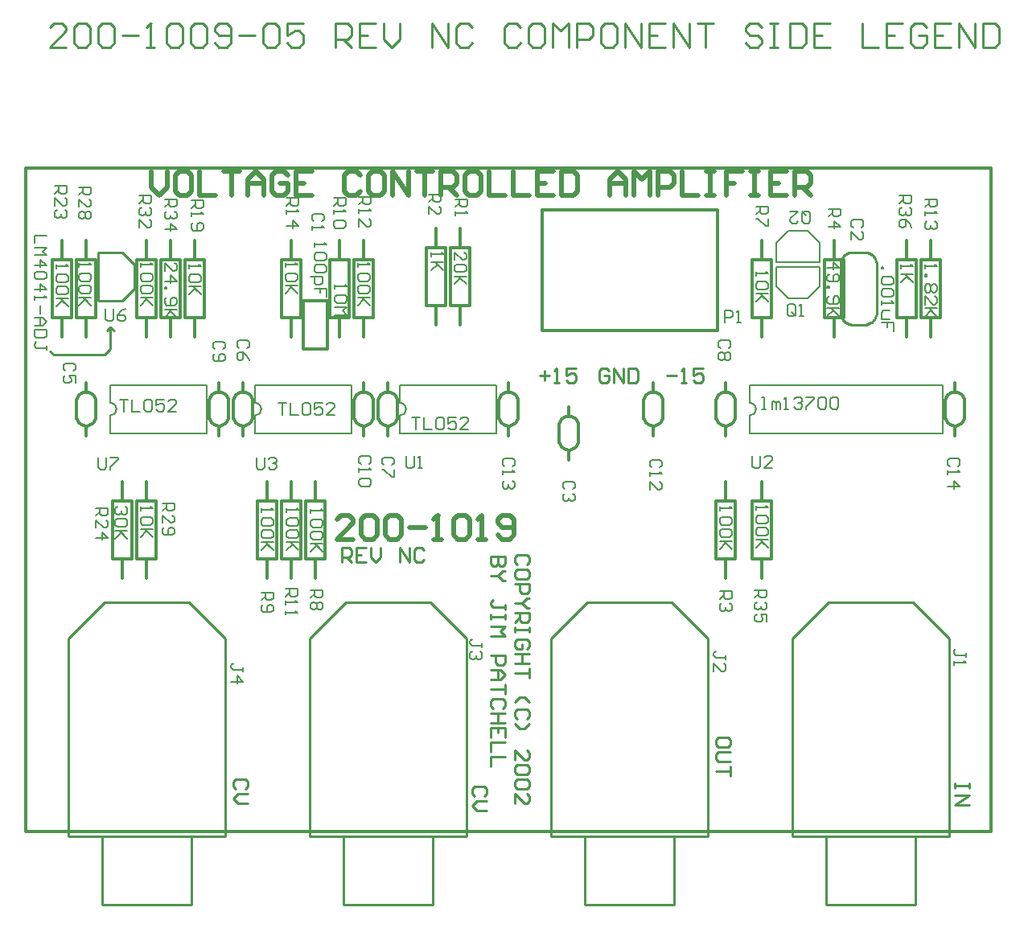
<source format=gto>
*%FSLAX23Y23*%
*%MOIN*%
G01*
%ADD11C,0.007*%
%ADD12C,0.008*%
%ADD13C,0.010*%
%ADD14C,0.012*%
%ADD15C,0.020*%
%ADD16C,0.032*%
%ADD17C,0.036*%
%ADD18C,0.050*%
%ADD19C,0.052*%
%ADD20C,0.055*%
%ADD21C,0.056*%
%ADD22C,0.059*%
%ADD23C,0.060*%
%ADD24C,0.061*%
%ADD25C,0.062*%
%ADD26C,0.066*%
%ADD27C,0.068*%
%ADD28C,0.070*%
%ADD29C,0.080*%
%ADD30C,0.090*%
%ADD31C,0.095*%
%ADD32C,0.115*%
%ADD33C,0.120*%
%ADD34C,0.125*%
%ADD35C,0.126*%
%ADD36C,0.131*%
%ADD37C,0.150*%
%ADD38C,0.156*%
%ADD39R,0.062X0.062*%
%ADD40R,0.068X0.068*%
D12*
X11401Y8860D02*
Y8877D01*
Y8869D02*
Y8860D01*
Y8869D02*
X11451D01*
X11452D01*
X11451D02*
X11443Y8877D01*
X11409Y8835D02*
X11401D01*
X11409D02*
Y8827D01*
X11401D01*
Y8835D01*
X11443Y8794D02*
X11451Y8785D01*
Y8769D01*
X11443Y8760D01*
X11434D01*
X11426Y8769D01*
X11418Y8760D01*
X11409D01*
X11401Y8769D01*
Y8785D01*
X11409Y8794D01*
X11418D01*
X11426Y8785D01*
X11434Y8794D01*
X11443D01*
X11426Y8785D02*
Y8769D01*
X11401Y8744D02*
Y8710D01*
Y8744D02*
X11434Y8710D01*
X11443D01*
X11451Y8719D01*
Y8735D01*
X11443Y8744D01*
X11451Y8694D02*
X11401D01*
X11418D01*
X11451Y8660D01*
X11426Y8685D01*
X11401Y8660D01*
Y9147D02*
X11451D01*
Y9122D01*
X11443Y9114D01*
X11426D01*
X11418Y9122D01*
Y9147D01*
Y9130D02*
X11401Y9114D01*
Y9097D02*
Y9080D01*
Y9089D01*
X11451D01*
X11452D01*
X11451D02*
X11443Y9097D01*
Y9055D02*
X11451Y9047D01*
Y9030D01*
X11443Y9022D01*
X11434D01*
X11435D01*
X11434D02*
X11435D01*
X11434D02*
X11435D01*
X11434D02*
X11426Y9030D01*
Y9039D01*
Y9030D01*
X11418Y9022D01*
X11409D01*
X11401Y9030D01*
Y9047D01*
X11409Y9055D01*
X11546Y8047D02*
X11538Y8039D01*
X11546Y8047D02*
Y8064D01*
X11538Y8072D01*
X11504D01*
X11496Y8064D01*
Y8047D01*
X11504Y8039D01*
X11496Y8022D02*
Y8005D01*
Y8014D01*
X11546D01*
X11547D01*
X11546D02*
X11538Y8022D01*
X11546Y7955D02*
X11496D01*
X11521Y7980D02*
X11546Y7955D01*
X11521Y7947D02*
Y7980D01*
X11046Y8862D02*
X10996D01*
X11021Y8887D02*
X11046Y8862D01*
X11021Y8854D02*
Y8887D01*
X11004Y8837D02*
X10996Y8829D01*
Y8812D01*
X11004Y8804D01*
X11038D01*
X11046Y8812D01*
Y8829D01*
X11038Y8837D01*
X11029D01*
X11021Y8829D01*
Y8804D01*
X11004Y8787D02*
X10996D01*
X11004D02*
Y8779D01*
X10996D01*
Y8787D01*
X11004Y8745D02*
X10996Y8737D01*
Y8720D01*
X11004Y8712D01*
X11038D01*
X11046Y8720D01*
Y8737D01*
X11038Y8745D01*
X11029D01*
X11021Y8737D01*
Y8712D01*
X11046Y8695D02*
X10996D01*
X11013D01*
X11046Y8662D01*
X11021Y8687D01*
X10996Y8662D01*
X11001Y9107D02*
X11051D01*
Y9082D01*
X11043Y9074D01*
X11026D01*
X11018Y9082D01*
Y9107D01*
Y9090D02*
X11001Y9074D01*
Y9032D02*
X11051D01*
X11026Y9057D01*
Y9024D01*
X10966Y8967D02*
X10916Y9017D01*
X10836D02*
X10786Y8967D01*
X10966D02*
Y8887D01*
X10786D02*
Y8967D01*
X10836Y9017D02*
X10916D01*
X10966Y8887D02*
X10786D01*
X10893Y9055D02*
Y9089D01*
Y9055D02*
X10901Y9047D01*
X10918D01*
X10926Y9055D01*
Y9089D01*
X10918Y9097D01*
X10901D01*
X10893D02*
X10909Y9080D01*
X10901Y9097D02*
X10893Y9089D01*
X10876Y9097D02*
X10843D01*
X10876D02*
X10843Y9064D01*
Y9055D01*
X10851Y9047D01*
X10868D01*
X10876Y9055D01*
X11221Y8867D02*
X11229D01*
Y8859D01*
X11221D01*
Y8867D01*
X11263Y8825D02*
X11271Y8817D01*
Y8800D01*
X11263Y8792D01*
X11229D01*
X11221Y8800D01*
Y8817D01*
X11229Y8825D01*
X11263D01*
Y8775D02*
X11271Y8767D01*
Y8750D01*
X11263Y8742D01*
X11229D01*
X11221Y8750D01*
Y8767D01*
X11229Y8775D01*
X11263D01*
X11221Y8725D02*
Y8709D01*
Y8717D01*
X11271D01*
X11272D01*
X11271D02*
X11263Y8725D01*
X11254Y8684D02*
X11229D01*
X11221Y8675D01*
Y8650D01*
X11254D01*
X11271Y8634D02*
Y8600D01*
Y8634D02*
X11246D01*
Y8617D01*
Y8634D01*
X11221D01*
X11138Y9029D02*
X11146Y9037D01*
Y9054D01*
X11138Y9062D01*
X11104D01*
X11096Y9054D01*
Y9037D01*
X11104Y9029D01*
X11096Y9012D02*
Y8979D01*
Y9012D02*
X11129Y8979D01*
X11138D01*
X11146Y8987D01*
Y9004D01*
X11138Y9012D01*
X10836Y8737D02*
X10786Y8787D01*
X10916Y8737D02*
X10966Y8787D01*
X10786D02*
Y8867D01*
X10966D02*
Y8787D01*
X10916Y8737D02*
X10836D01*
X10786Y8867D02*
X10966D01*
X10864Y8704D02*
Y8670D01*
Y8704D02*
X10856Y8712D01*
X10839D01*
X10831Y8704D01*
Y8670D01*
X10839Y8662D01*
X10856D01*
X10864D02*
X10848Y8679D01*
X10856Y8662D02*
X10864Y8670D01*
X10881Y8662D02*
X10898D01*
X10889D01*
Y8712D01*
X10890D01*
X10889D02*
X10881Y8704D01*
X11301Y8860D02*
Y8877D01*
Y8869D02*
Y8860D01*
Y8869D02*
X11351D01*
X11352D01*
X11351D02*
X11343Y8877D01*
X11351Y8835D02*
X11301D01*
X11318D01*
X11351Y8802D01*
X11326Y8827D01*
X11301Y8802D01*
X11296Y9162D02*
X11346D01*
Y9137D01*
X11338Y9129D01*
X11321D01*
X11313Y9137D01*
Y9162D01*
Y9145D02*
X11296Y9129D01*
X11338Y9112D02*
X11346Y9104D01*
Y9087D01*
X11338Y9079D01*
X11329D01*
X11330D01*
X11329D02*
X11330D01*
X11329D02*
X11330D01*
X11329D02*
X11321Y9087D01*
Y9095D01*
Y9087D01*
X11313Y9079D01*
X11304D01*
X11296Y9087D01*
Y9104D01*
X11304Y9112D01*
X11338Y9045D02*
X11346Y9029D01*
X11338Y9045D02*
X11321Y9062D01*
X11304D01*
X11296Y9054D01*
Y9037D01*
X11304Y9029D01*
X11313D01*
X11321Y9037D01*
Y9062D01*
X10551Y7872D02*
Y7855D01*
Y7864D01*
X10601D01*
X10602D01*
X10601D02*
X10593Y7872D01*
Y7830D02*
X10601Y7822D01*
Y7805D01*
X10593Y7797D01*
X10559D01*
X10551Y7805D01*
Y7822D01*
X10559Y7830D01*
X10593D01*
Y7780D02*
X10601Y7772D01*
Y7755D01*
X10593Y7747D01*
X10559D01*
X10551Y7755D01*
Y7772D01*
X10559Y7780D01*
X10593D01*
X10601Y7730D02*
X10551D01*
X10568D01*
X10601Y7697D01*
X10576Y7722D01*
X10551Y7697D01*
Y7522D02*
X10601D01*
Y7497D01*
X10593Y7489D01*
X10576D01*
X10568Y7497D01*
Y7522D01*
Y7505D02*
X10551Y7489D01*
X10593Y7472D02*
X10601Y7464D01*
Y7447D01*
X10593Y7439D01*
X10584D01*
X10585D01*
X10584D02*
X10585D01*
X10584D02*
X10585D01*
X10584D02*
X10576Y7447D01*
Y7455D01*
Y7447D01*
X10568Y7439D01*
X10559D01*
X10551Y7447D01*
Y7464D01*
X10559Y7472D01*
X10571Y8637D02*
Y8687D01*
X10596D01*
X10604Y8679D01*
Y8662D01*
X10596Y8654D01*
X10571D01*
X10621Y8637D02*
X10638D01*
X10629D01*
Y8687D01*
X10630D01*
X10629D02*
X10621Y8679D01*
X10676Y8302D02*
X10679Y8302D01*
X10682Y8301D01*
X10686Y8300D01*
X10688Y8299D01*
X10691Y8297D01*
X10694Y8295D01*
X10696Y8292D01*
X10698Y8290D01*
X10699Y8287D01*
X10700Y8283D01*
X10701Y8280D01*
X10701Y8277D01*
X10701Y8274D01*
X10700Y8271D01*
X10699Y8267D01*
X10698Y8264D01*
X10696Y8262D01*
X10694Y8259D01*
X10691Y8257D01*
X10688Y8255D01*
X10686Y8254D01*
X10682Y8253D01*
X10679Y8252D01*
X10676Y8252D01*
X11476Y8177D02*
Y8377D01*
X10676D02*
Y8302D01*
Y8252D02*
Y8177D01*
X11476D01*
Y8377D02*
X10676D01*
X10726Y8277D02*
X10743D01*
X10734D01*
Y8327D01*
X10726D01*
X10768Y8310D02*
Y8277D01*
Y8310D02*
X10776D01*
X10784Y8302D01*
Y8277D01*
Y8302D01*
X10793Y8310D01*
X10801Y8302D01*
Y8277D01*
X10818D02*
X10834D01*
X10826D01*
Y8327D01*
X10827D01*
X10826D02*
X10818Y8319D01*
X10859D02*
X10868Y8327D01*
X10884D01*
X10893Y8319D01*
Y8310D01*
X10894D01*
X10893D02*
X10894D01*
X10893D02*
X10894D01*
X10893D02*
X10884Y8302D01*
X10876D01*
X10884D01*
X10893Y8294D01*
Y8285D01*
X10884Y8277D01*
X10868D01*
X10859Y8285D01*
X10909Y8327D02*
X10943D01*
Y8319D01*
X10909Y8285D01*
Y8277D01*
X10959Y8319D02*
X10968Y8327D01*
X10984D01*
X10993Y8319D01*
Y8285D01*
X10984Y8277D01*
X10968D01*
X10959Y8285D01*
Y8319D01*
X11009D02*
X11018Y8327D01*
X11034D01*
X11043Y8319D01*
Y8285D01*
X11034Y8277D01*
X11018D01*
X11009Y8285D01*
Y8319D01*
X10686Y8082D02*
Y8040D01*
X10694Y8032D01*
X10711D01*
X10719Y8040D01*
Y8082D01*
X10736Y8032D02*
X10769D01*
X10736D02*
X10769Y8065D01*
Y8074D01*
X10761Y8082D01*
X10744D01*
X10736Y8074D01*
X10701Y8830D02*
Y8847D01*
Y8839D02*
Y8830D01*
Y8839D02*
X10751D01*
X10752D01*
X10751D02*
X10743Y8847D01*
Y8805D02*
X10751Y8797D01*
Y8780D01*
X10743Y8772D01*
X10709D01*
X10701Y8780D01*
Y8797D01*
X10709Y8805D01*
X10743D01*
X10751Y8755D02*
X10701D01*
X10718D01*
X10751Y8722D01*
X10726Y8747D01*
X10701Y8722D01*
Y9117D02*
X10751D01*
Y9092D01*
X10743Y9084D01*
X10726D01*
X10718Y9092D01*
Y9117D01*
Y9100D02*
X10701Y9084D01*
X10751Y9067D02*
Y9034D01*
X10743D01*
X10709Y9067D01*
X10701D01*
Y7877D02*
Y7860D01*
Y7869D01*
X10751D01*
X10752D01*
X10751D02*
X10743Y7877D01*
Y7835D02*
X10751Y7827D01*
Y7810D01*
X10743Y7802D01*
X10709D01*
X10701Y7810D01*
Y7827D01*
X10709Y7835D01*
X10743D01*
Y7785D02*
X10751Y7777D01*
Y7760D01*
X10743Y7752D01*
X10709D01*
X10701Y7760D01*
Y7777D01*
X10709Y7785D01*
X10743D01*
X10751Y7735D02*
X10701D01*
X10718D01*
X10751Y7702D01*
X10726Y7727D01*
X10701Y7702D01*
X10696Y7527D02*
X10746D01*
Y7502D01*
X10738Y7494D01*
X10721D01*
X10713Y7502D01*
Y7527D01*
Y7510D02*
X10696Y7494D01*
X10738Y7477D02*
X10746Y7469D01*
Y7452D01*
X10738Y7444D01*
X10729D01*
X10730D01*
X10729D02*
X10730D01*
X10729D02*
X10730D01*
X10729D02*
X10721Y7452D01*
Y7460D01*
Y7452D01*
X10713Y7444D01*
X10704D01*
X10696Y7452D01*
Y7469D01*
X10704Y7477D01*
X10746Y7427D02*
Y7394D01*
Y7427D02*
X10721D01*
X10729Y7410D01*
Y7402D01*
X10721Y7394D01*
X10704D01*
X10696Y7402D01*
Y7419D01*
X10704Y7427D01*
X9951Y7952D02*
X9943Y7944D01*
X9951Y7952D02*
Y7969D01*
X9943Y7977D01*
X9909D01*
X9901Y7969D01*
Y7952D01*
X9909Y7944D01*
X9943Y7927D02*
X9951Y7919D01*
Y7902D01*
X9943Y7894D01*
X9934D01*
X9935D01*
X9934D02*
X9935D01*
X9934D02*
X9935D01*
X9934D02*
X9926Y7902D01*
Y7910D01*
Y7902D01*
X9918Y7894D01*
X9909D01*
X9901Y7902D01*
Y7919D01*
X9909Y7927D01*
X10303Y8034D02*
X10311Y8042D01*
Y8059D01*
X10303Y8067D01*
X10269D01*
X10261Y8059D01*
Y8042D01*
X10269Y8034D01*
X10261Y8017D02*
Y8000D01*
Y8009D01*
X10311D01*
X10312D01*
X10311D02*
X10303Y8017D01*
X10261Y7975D02*
Y7942D01*
Y7975D02*
X10294Y7942D01*
X10303D01*
X10311Y7950D01*
Y7967D01*
X10303Y7975D01*
X10588Y8529D02*
X10596Y8537D01*
Y8554D01*
X10588Y8562D01*
X10554D01*
X10546Y8554D01*
Y8537D01*
X10554Y8529D01*
X10588Y8512D02*
X10596Y8504D01*
Y8487D01*
X10588Y8479D01*
X10579D01*
X10571Y8487D01*
X10563Y8479D01*
X10554D01*
X10546Y8487D01*
Y8504D01*
X10554Y8512D01*
X10563D01*
X10571Y8504D01*
X10579Y8512D01*
X10588D01*
X10571Y8504D02*
Y8487D01*
X10576Y7255D02*
Y7239D01*
Y7247D02*
Y7255D01*
Y7247D02*
X10534D01*
X10526Y7255D01*
Y7264D01*
X10534Y7272D01*
X10526Y7222D02*
Y7189D01*
Y7222D02*
X10559Y7189D01*
X10568D01*
X10576Y7197D01*
Y7214D01*
X10568Y7222D01*
X11571Y7249D02*
Y7265D01*
Y7257D01*
X11529D01*
X11521Y7265D01*
Y7274D01*
X11529Y7282D01*
X11521Y7232D02*
Y7215D01*
Y7224D01*
X11571D01*
X11572D01*
X11571D02*
X11563Y7232D01*
X8751Y8865D02*
Y8882D01*
Y8874D02*
Y8865D01*
Y8874D02*
X8801D01*
X8802D01*
X8801D02*
X8793Y8882D01*
Y8840D02*
X8801Y8832D01*
Y8815D01*
X8793Y8807D01*
X8759D01*
X8751Y8815D01*
Y8832D01*
X8759Y8840D01*
X8793D01*
X8801Y8790D02*
X8751D01*
X8768D01*
X8801Y8757D01*
X8776Y8782D01*
X8751Y8757D01*
X8756Y9152D02*
X8806D01*
Y9127D01*
X8798Y9119D01*
X8781D01*
X8773Y9127D01*
Y9152D01*
Y9135D02*
X8756Y9119D01*
Y9102D02*
Y9085D01*
Y9094D01*
X8806D01*
X8807D01*
X8806D02*
X8798Y9102D01*
X8806Y9035D02*
X8756D01*
X8781Y9060D02*
X8806Y9035D01*
X8781Y9027D02*
Y9060D01*
X8251Y8882D02*
Y8849D01*
Y8882D02*
X8284Y8849D01*
X8293D01*
X8301Y8857D01*
Y8874D01*
X8293Y8882D01*
X8301Y8807D02*
X8251D01*
X8276Y8832D02*
X8301Y8807D01*
X8276Y8799D02*
Y8832D01*
X8259Y8782D02*
X8251D01*
X8259D02*
Y8774D01*
X8251D01*
Y8782D01*
X8259Y8740D02*
X8251Y8732D01*
Y8715D01*
X8259Y8707D01*
X8293D01*
X8301Y8715D01*
Y8732D01*
X8293Y8740D01*
X8284D01*
X8276Y8732D01*
Y8707D01*
X8301Y8690D02*
X8251D01*
X8268D01*
X8301Y8657D01*
X8276Y8682D01*
X8251Y8657D01*
Y9147D02*
X8301D01*
Y9122D01*
X8293Y9114D01*
X8276D01*
X8268Y9122D01*
Y9147D01*
Y9130D02*
X8251Y9114D01*
X8293Y9097D02*
X8301Y9089D01*
Y9072D01*
X8293Y9064D01*
X8284D01*
X8285D01*
X8284D02*
X8285D01*
X8284D02*
X8285D01*
X8284D02*
X8276Y9072D01*
Y9080D01*
Y9072D01*
X8268Y9064D01*
X8259D01*
X8251Y9072D01*
Y9089D01*
X8259Y9097D01*
X8251Y9022D02*
X8301D01*
X8276Y9047D01*
Y9014D01*
X8501Y8532D02*
X8493Y8524D01*
X8501Y8532D02*
Y8549D01*
X8493Y8557D01*
X8459D01*
X8451Y8549D01*
Y8532D01*
X8459Y8524D01*
Y8507D02*
X8451Y8499D01*
Y8482D01*
X8459Y8474D01*
X8493D01*
X8501Y8482D01*
Y8499D01*
X8493Y8507D01*
X8484D01*
X8476Y8499D01*
Y8474D01*
X9098Y8049D02*
X9106Y8057D01*
Y8074D01*
X9098Y8082D01*
X9064D01*
X9056Y8074D01*
Y8057D01*
X9064Y8049D01*
X9056Y8032D02*
Y8015D01*
Y8024D01*
X9106D01*
X9107D01*
X9106D02*
X9098Y8032D01*
Y7990D02*
X9106Y7982D01*
Y7965D01*
X9098Y7957D01*
X9064D01*
X9056Y7965D01*
Y7982D01*
X9064Y7990D01*
X9098D01*
X8351Y8860D02*
Y8877D01*
Y8869D02*
Y8860D01*
Y8869D02*
X8401D01*
X8402D01*
X8401D02*
X8393Y8877D01*
Y8835D02*
X8401Y8827D01*
Y8810D01*
X8393Y8802D01*
X8359D01*
X8351Y8810D01*
Y8827D01*
X8359Y8835D01*
X8393D01*
X8401Y8785D02*
X8351D01*
X8368D01*
X8401Y8752D01*
X8376Y8777D01*
X8351Y8752D01*
X8361Y9142D02*
X8411D01*
Y9117D01*
X8403Y9109D01*
X8386D01*
X8378Y9117D01*
Y9142D01*
Y9125D02*
X8361Y9109D01*
Y9092D02*
Y9075D01*
Y9084D01*
X8411D01*
X8412D01*
X8411D02*
X8403Y9092D01*
X8369Y9050D02*
X8361Y9042D01*
Y9025D01*
X8369Y9017D01*
X8403D01*
X8411Y9025D01*
Y9042D01*
X8403Y9050D01*
X8394D01*
X8386Y9042D01*
Y9017D01*
X8956Y8792D02*
Y8775D01*
Y8784D01*
X9006D01*
X9007D01*
X9006D02*
X8998Y8792D01*
Y8750D02*
X9006Y8742D01*
Y8725D01*
X8998Y8717D01*
X8964D01*
X8956Y8725D01*
Y8742D01*
X8964Y8750D01*
X8998D01*
X9006Y8700D02*
X8956D01*
X8989Y8684D02*
X9006Y8700D01*
X8989Y8684D02*
X9006Y8667D01*
X8956D01*
X8951Y9152D02*
X9001D01*
Y9127D01*
X8993Y9119D01*
X8976D01*
X8968Y9127D01*
Y9152D01*
Y9135D02*
X8951Y9119D01*
Y9102D02*
Y9085D01*
Y9094D01*
X9001D01*
X9002D01*
X9001D02*
X8993Y9102D01*
Y9060D02*
X9001Y9052D01*
Y9035D01*
X8993Y9027D01*
X8959D01*
X8951Y9035D01*
Y9052D01*
X8959Y9060D01*
X8993D01*
X8871Y8967D02*
Y8950D01*
Y8959D01*
X8921D01*
X8922D01*
X8921D02*
X8913Y8967D01*
Y8925D02*
X8921Y8917D01*
Y8900D01*
X8913Y8892D01*
X8879D01*
X8871Y8900D01*
Y8917D01*
X8879Y8925D01*
X8913D01*
Y8875D02*
X8921Y8867D01*
Y8850D01*
X8913Y8842D01*
X8879D01*
X8871Y8850D01*
Y8867D01*
X8879Y8875D01*
X8913D01*
X8904Y8825D02*
X8854D01*
X8904D02*
Y8800D01*
X8896Y8792D01*
X8879D01*
X8871Y8800D01*
Y8825D01*
X8921Y8775D02*
Y8742D01*
Y8775D02*
X8896D01*
Y8759D01*
Y8775D01*
X8871D01*
X8903Y9054D02*
X8911Y9062D01*
Y9079D01*
X8903Y9087D01*
X8869D01*
X8861Y9079D01*
Y9062D01*
X8869Y9054D01*
X8861Y9037D02*
Y9020D01*
Y9029D01*
X8911D01*
X8912D01*
X8911D02*
X8903Y9037D01*
X8626Y8302D02*
X8629Y8302D01*
X8632Y8301D01*
X8636Y8300D01*
X8638Y8299D01*
X8641Y8297D01*
X8644Y8295D01*
X8646Y8292D01*
X8648Y8290D01*
X8649Y8287D01*
X8650Y8283D01*
X8651Y8280D01*
X8651Y8277D01*
X8651Y8274D01*
X8650Y8271D01*
X8649Y8267D01*
X8648Y8264D01*
X8646Y8262D01*
X8644Y8259D01*
X8641Y8257D01*
X8638Y8255D01*
X8636Y8254D01*
X8632Y8253D01*
X8629Y8252D01*
X8626Y8252D01*
X9026Y8177D02*
Y8377D01*
X8626D02*
Y8302D01*
Y8252D02*
Y8177D01*
X9026D01*
Y8377D02*
X8626D01*
X8721Y8302D02*
X8754D01*
X8738D01*
Y8252D01*
X8771D02*
Y8302D01*
Y8252D02*
X8804D01*
X8821Y8294D02*
X8829Y8302D01*
X8846D01*
X8854Y8294D01*
Y8260D01*
X8846Y8252D01*
X8829D01*
X8821Y8260D01*
Y8294D01*
X8871Y8302D02*
X8904D01*
X8871D02*
Y8277D01*
X8888Y8285D01*
X8896D01*
X8904Y8277D01*
Y8260D01*
X8896Y8252D01*
X8879D01*
X8871Y8260D01*
X8921Y8252D02*
X8954D01*
X8921D02*
X8954Y8285D01*
Y8294D01*
X8946Y8302D01*
X8929D01*
X8921Y8294D01*
X8631Y8077D02*
Y8035D01*
X8639Y8027D01*
X8656D01*
X8664Y8035D01*
Y8077D01*
X8681Y8069D02*
X8689Y8077D01*
X8706D01*
X8714Y8069D01*
Y8060D01*
X8715D01*
X8714D02*
X8715D01*
X8714D02*
X8715D01*
X8714D02*
X8706Y8052D01*
X8698D01*
X8706D01*
X8714Y8044D01*
Y8035D01*
X8706Y8027D01*
X8689D01*
X8681Y8035D01*
X8593Y8529D02*
X8601Y8537D01*
Y8554D01*
X8593Y8562D01*
X8559D01*
X8551Y8554D01*
Y8537D01*
X8559Y8529D01*
X8593Y8495D02*
X8601Y8479D01*
X8593Y8495D02*
X8576Y8512D01*
X8559D01*
X8551Y8504D01*
Y8487D01*
X8559Y8479D01*
X8568D01*
X8576Y8487D01*
Y8512D01*
X8756Y7867D02*
Y7850D01*
Y7859D01*
X8806D01*
X8807D01*
X8806D02*
X8798Y7867D01*
Y7825D02*
X8806Y7817D01*
Y7800D01*
X8798Y7792D01*
X8764D01*
X8756Y7800D01*
Y7817D01*
X8764Y7825D01*
X8798D01*
Y7775D02*
X8806Y7767D01*
Y7750D01*
X8798Y7742D01*
X8764D01*
X8756Y7750D01*
Y7767D01*
X8764Y7775D01*
X8798D01*
X8806Y7725D02*
X8756D01*
X8773D01*
X8806Y7692D01*
X8781Y7717D01*
X8756Y7692D01*
X8751Y7532D02*
X8801D01*
Y7507D01*
X8793Y7499D01*
X8776D01*
X8768Y7507D01*
Y7532D01*
Y7515D02*
X8751Y7499D01*
Y7482D02*
Y7465D01*
Y7474D01*
X8801D01*
X8802D01*
X8801D02*
X8793Y7482D01*
X8751Y7440D02*
Y7424D01*
Y7432D01*
X8801D01*
X8802D01*
X8801D02*
X8793Y7440D01*
X8651Y7850D02*
Y7867D01*
Y7859D02*
Y7850D01*
Y7859D02*
X8701D01*
X8702D01*
X8701D02*
X8693Y7867D01*
Y7825D02*
X8701Y7817D01*
Y7800D01*
X8693Y7792D01*
X8659D01*
X8651Y7800D01*
Y7817D01*
X8659Y7825D01*
X8693D01*
Y7775D02*
X8701Y7767D01*
Y7750D01*
X8693Y7742D01*
X8659D01*
X8651Y7750D01*
Y7767D01*
X8659Y7775D01*
X8693D01*
X8701Y7725D02*
X8651D01*
X8668D01*
X8701Y7692D01*
X8676Y7717D01*
X8651Y7692D01*
Y7517D02*
X8701D01*
Y7492D01*
X8693Y7484D01*
X8676D01*
X8668Y7492D01*
Y7517D01*
Y7500D02*
X8651Y7484D01*
X8659Y7467D02*
X8651Y7459D01*
Y7442D01*
X8659Y7434D01*
X8693D01*
X8701Y7442D01*
Y7459D01*
X8693Y7467D01*
X8684D01*
X8676Y7459D01*
Y7434D01*
X8856Y7845D02*
Y7862D01*
Y7854D02*
Y7845D01*
Y7854D02*
X8906D01*
X8907D01*
X8906D02*
X8898Y7862D01*
Y7820D02*
X8906Y7812D01*
Y7795D01*
X8898Y7787D01*
X8864D01*
X8856Y7795D01*
Y7812D01*
X8864Y7820D01*
X8898D01*
Y7770D02*
X8906Y7762D01*
Y7745D01*
X8898Y7737D01*
X8864D01*
X8856Y7745D01*
Y7762D01*
X8864Y7770D01*
X8898D01*
X8906Y7720D02*
X8856D01*
X8873D01*
X8906Y7687D01*
X8881Y7712D01*
X8856Y7687D01*
Y7527D02*
X8906D01*
Y7502D01*
X8898Y7494D01*
X8881D01*
X8873Y7502D01*
Y7527D01*
Y7510D02*
X8856Y7494D01*
X8898Y7477D02*
X8906Y7469D01*
Y7452D01*
X8898Y7444D01*
X8889D01*
X8881Y7452D01*
X8873Y7444D01*
X8864D01*
X8856Y7452D01*
Y7469D01*
X8864Y7477D01*
X8873D01*
X8881Y7469D01*
X8889Y7477D01*
X8898D01*
X8881Y7469D02*
Y7452D01*
X9051Y8865D02*
Y8882D01*
Y8874D02*
Y8865D01*
Y8874D02*
X9101D01*
X9102D01*
X9101D02*
X9093Y8882D01*
Y8840D02*
X9101Y8832D01*
Y8815D01*
X9093Y8807D01*
X9059D01*
X9051Y8815D01*
Y8832D01*
X9059Y8840D01*
X9093D01*
Y8790D02*
X9101Y8782D01*
Y8765D01*
X9093Y8757D01*
X9059D01*
X9051Y8765D01*
Y8782D01*
X9059Y8790D01*
X9093D01*
X9101Y8740D02*
X9051D01*
X9068D01*
X9101Y8707D01*
X9076Y8732D01*
X9051Y8707D01*
X9056Y9157D02*
X9106D01*
Y9132D01*
X9098Y9124D01*
X9081D01*
X9073Y9132D01*
Y9157D01*
Y9140D02*
X9056Y9124D01*
Y9107D02*
Y9090D01*
Y9099D01*
X9106D01*
X9107D01*
X9106D02*
X9098Y9107D01*
X9056Y9065D02*
Y9032D01*
Y9065D02*
X9089Y9032D01*
X9098D01*
X9106Y9040D01*
Y9057D01*
X9098Y9065D01*
X9201Y8052D02*
X9193Y8044D01*
X9201Y8052D02*
Y8069D01*
X9193Y8077D01*
X9159D01*
X9151Y8069D01*
Y8052D01*
X9159Y8044D01*
X9201Y8027D02*
Y7994D01*
X9193D01*
X9159Y8027D01*
X9151D01*
X9226Y8252D02*
X9229Y8252D01*
X9232Y8253D01*
X9236Y8254D01*
X9238Y8255D01*
X9241Y8257D01*
X9244Y8259D01*
X9246Y8262D01*
X9248Y8264D01*
X9249Y8267D01*
X9250Y8271D01*
X9251Y8274D01*
X9251Y8277D01*
X9251Y8280D01*
X9250Y8283D01*
X9249Y8287D01*
X9248Y8290D01*
X9246Y8292D01*
X9244Y8295D01*
X9241Y8297D01*
X9238Y8299D01*
X9236Y8300D01*
X9232Y8301D01*
X9229Y8302D01*
X9226Y8302D01*
X9626Y8377D02*
Y8177D01*
X9226Y8302D02*
Y8377D01*
Y8252D02*
Y8177D01*
X9626D01*
Y8377D02*
X9226D01*
X9276Y8242D02*
X9309D01*
X9293D01*
Y8192D01*
X9326D02*
Y8242D01*
Y8192D02*
X9359D01*
X9376Y8234D02*
X9384Y8242D01*
X9401D01*
X9409Y8234D01*
Y8200D01*
X9401Y8192D01*
X9384D01*
X9376Y8200D01*
Y8234D01*
X9426Y8242D02*
X9459D01*
X9426D02*
Y8217D01*
X9443Y8225D01*
X9451D01*
X9459Y8217D01*
Y8200D01*
X9451Y8192D01*
X9434D01*
X9426Y8200D01*
X9476Y8192D02*
X9509D01*
X9476D02*
X9509Y8225D01*
Y8234D01*
X9501Y8242D01*
X9484D01*
X9476Y8234D01*
X9251Y8082D02*
Y8040D01*
X9259Y8032D01*
X9276D01*
X9284Y8040D01*
Y8082D01*
X9301Y8032D02*
X9318D01*
X9309D01*
Y8082D01*
X9310D01*
X9309D02*
X9301Y8074D01*
X9693Y8039D02*
X9701Y8047D01*
Y8064D01*
X9693Y8072D01*
X9659D01*
X9651Y8064D01*
Y8047D01*
X9659Y8039D01*
X9651Y8022D02*
Y8005D01*
Y8014D01*
X9701D01*
X9702D01*
X9701D02*
X9693Y8022D01*
Y7980D02*
X9701Y7972D01*
Y7955D01*
X9693Y7947D01*
X9684D01*
X9685D01*
X9684D02*
X9685D01*
X9684D02*
X9685D01*
X9684D02*
X9676Y7955D01*
Y7964D01*
Y7955D01*
X9668Y7947D01*
X9659D01*
X9651Y7955D01*
Y7972D01*
X9659Y7980D01*
X9356Y8910D02*
Y8927D01*
Y8919D02*
Y8910D01*
Y8919D02*
X9406D01*
X9407D01*
X9406D02*
X9398Y8927D01*
X9406Y8885D02*
X9356D01*
X9373D01*
X9406Y8852D01*
X9381Y8877D01*
X9356Y8852D01*
X9346Y9167D02*
X9396D01*
Y9142D01*
X9388Y9134D01*
X9371D01*
X9363Y9142D01*
Y9167D01*
Y9150D02*
X9346Y9134D01*
Y9117D02*
Y9084D01*
Y9117D02*
X9379Y9084D01*
X9388D01*
X9396Y9092D01*
Y9109D01*
X9388Y9117D01*
X9451Y8927D02*
Y8894D01*
Y8927D02*
X9484Y8894D01*
X9493D01*
X9501Y8902D01*
Y8919D01*
X9493Y8927D01*
Y8877D02*
X9501Y8869D01*
Y8852D01*
X9493Y8844D01*
X9459D01*
X9451Y8852D01*
Y8869D01*
X9459Y8877D01*
X9493D01*
X9501Y8827D02*
X9451D01*
X9468D01*
X9501Y8794D01*
X9476Y8819D01*
X9451Y8794D01*
X9456Y9147D02*
X9506D01*
Y9122D01*
X9498Y9114D01*
X9481D01*
X9473Y9122D01*
Y9147D01*
Y9130D02*
X9456Y9114D01*
Y9097D02*
Y9080D01*
Y9089D01*
X9506D01*
X9507D01*
X9506D02*
X9498Y9097D01*
X9566Y7305D02*
Y7289D01*
Y7297D02*
Y7305D01*
Y7297D02*
X9524D01*
X9516Y7305D01*
Y7314D01*
X9524Y7322D01*
X9558Y7272D02*
X9566Y7264D01*
Y7247D01*
X9558Y7239D01*
X9549D01*
X9550D01*
X9549D02*
X9550D01*
X9549D02*
X9550D01*
X9549D02*
X9541Y7247D01*
Y7255D01*
Y7247D01*
X9533Y7239D01*
X9524D01*
X9516Y7247D01*
Y7264D01*
X9524Y7272D01*
X7896Y8865D02*
Y8882D01*
Y8874D02*
Y8865D01*
Y8874D02*
X7946D01*
X7947D01*
X7946D02*
X7938Y8882D01*
Y8840D02*
X7946Y8832D01*
Y8815D01*
X7938Y8807D01*
X7904D01*
X7896Y8815D01*
Y8832D01*
X7904Y8840D01*
X7938D01*
Y8790D02*
X7946Y8782D01*
Y8765D01*
X7938Y8757D01*
X7904D01*
X7896Y8765D01*
Y8782D01*
X7904Y8790D01*
X7938D01*
X7946Y8740D02*
X7896D01*
X7913D01*
X7946Y8707D01*
X7921Y8732D01*
X7896Y8707D01*
Y9197D02*
X7946D01*
Y9172D01*
X7938Y9164D01*
X7921D01*
X7913Y9172D01*
Y9197D01*
Y9180D02*
X7896Y9164D01*
Y9147D02*
Y9114D01*
Y9147D02*
X7929Y9114D01*
X7938D01*
X7946Y9122D01*
Y9139D01*
X7938Y9147D01*
Y9097D02*
X7946Y9089D01*
Y9072D01*
X7938Y9064D01*
X7929D01*
X7921Y9072D01*
X7913Y9064D01*
X7904D01*
X7896Y9072D01*
Y9089D01*
X7904Y9097D01*
X7913D01*
X7921Y9089D01*
X7929Y9097D01*
X7938D01*
X7921Y9089D02*
Y9072D01*
X7761Y8997D02*
X7711D01*
Y8964D01*
Y8947D02*
X7761D01*
X7744Y8930D01*
X7761Y8914D01*
X7711D01*
Y8872D02*
X7761D01*
X7736Y8897D01*
Y8864D01*
X7753Y8847D02*
X7761Y8839D01*
Y8822D01*
X7753Y8814D01*
X7719D01*
X7711Y8822D01*
Y8839D01*
X7719Y8847D01*
X7753D01*
X7761Y8772D02*
X7711D01*
X7736Y8797D02*
X7761Y8772D01*
X7736Y8764D02*
Y8797D01*
X7711Y8747D02*
Y8730D01*
Y8739D01*
X7761D01*
X7762D01*
X7761D02*
X7753Y8747D01*
X7736Y8705D02*
Y8672D01*
X7744Y8655D02*
X7711D01*
X7744D02*
X7761Y8639D01*
X7744Y8622D01*
X7711D01*
X7736D01*
Y8655D01*
X7761Y8605D02*
X7711D01*
Y8580D01*
X7719Y8572D01*
X7753D01*
X7761Y8580D01*
Y8605D01*
Y8539D02*
Y8522D01*
Y8530D02*
Y8539D01*
Y8530D02*
X7719D01*
X7711Y8539D01*
Y8547D01*
X7719Y8555D01*
X8006Y8650D02*
Y8692D01*
Y8650D02*
X8014Y8642D01*
X8031D01*
X8039Y8650D01*
Y8692D01*
X8073Y8684D02*
X8089Y8692D01*
X8073Y8684D02*
X8056Y8667D01*
Y8650D01*
X8064Y8642D01*
X8081D01*
X8089Y8650D01*
Y8659D01*
X8081Y8667D01*
X8056D01*
X8151Y8865D02*
Y8882D01*
Y8874D02*
Y8865D01*
Y8874D02*
X8201D01*
X8202D01*
X8201D02*
X8193Y8882D01*
Y8840D02*
X8201Y8832D01*
Y8815D01*
X8193Y8807D01*
X8159D01*
X8151Y8815D01*
Y8832D01*
X8159Y8840D01*
X8193D01*
Y8790D02*
X8201Y8782D01*
Y8765D01*
X8193Y8757D01*
X8159D01*
X8151Y8765D01*
Y8782D01*
X8159Y8790D01*
X8193D01*
X8201Y8740D02*
X8151D01*
X8168D01*
X8201Y8707D01*
X8176Y8732D01*
X8151Y8707D01*
X8146Y9162D02*
X8196D01*
Y9137D01*
X8188Y9129D01*
X8171D01*
X8163Y9137D01*
Y9162D01*
Y9145D02*
X8146Y9129D01*
X8188Y9112D02*
X8196Y9104D01*
Y9087D01*
X8188Y9079D01*
X8179D01*
X8180D01*
X8179D02*
X8180D01*
X8179D02*
X8180D01*
X8179D02*
X8171Y9087D01*
Y9095D01*
Y9087D01*
X8163Y9079D01*
X8154D01*
X8146Y9087D01*
Y9104D01*
X8154Y9112D01*
X8146Y9062D02*
Y9029D01*
Y9062D02*
X8179Y9029D01*
X8188D01*
X8196Y9037D01*
Y9054D01*
X8188Y9062D01*
X7801Y8877D02*
Y8860D01*
Y8869D01*
X7851D01*
X7852D01*
X7851D02*
X7843Y8877D01*
Y8835D02*
X7851Y8827D01*
Y8810D01*
X7843Y8802D01*
X7809D01*
X7801Y8810D01*
Y8827D01*
X7809Y8835D01*
X7843D01*
Y8785D02*
X7851Y8777D01*
Y8760D01*
X7843Y8752D01*
X7809D01*
X7801Y8760D01*
Y8777D01*
X7809Y8785D01*
X7843D01*
X7851Y8735D02*
X7801D01*
X7818D01*
X7851Y8702D01*
X7826Y8727D01*
X7801Y8702D01*
X7796Y9202D02*
X7846D01*
Y9177D01*
X7838Y9169D01*
X7821D01*
X7813Y9177D01*
Y9202D01*
Y9185D02*
X7796Y9169D01*
Y9152D02*
Y9119D01*
Y9152D02*
X7829Y9119D01*
X7838D01*
X7846Y9127D01*
Y9144D01*
X7838Y9152D01*
Y9102D02*
X7846Y9094D01*
Y9077D01*
X7838Y9069D01*
X7829D01*
X7830D01*
X7829D02*
X7830D01*
X7829D02*
X7830D01*
X7829D02*
X7821Y9077D01*
Y9085D01*
Y9077D01*
X7813Y9069D01*
X7804D01*
X7796Y9077D01*
Y9094D01*
X7804Y9102D01*
X8026Y8302D02*
X8029Y8302D01*
X8032Y8301D01*
X8036Y8300D01*
X8038Y8299D01*
X8041Y8297D01*
X8044Y8295D01*
X8046Y8292D01*
X8048Y8290D01*
X8049Y8287D01*
X8050Y8283D01*
X8051Y8280D01*
X8051Y8277D01*
X8051Y8274D01*
X8050Y8271D01*
X8049Y8267D01*
X8048Y8264D01*
X8046Y8262D01*
X8044Y8259D01*
X8041Y8257D01*
X8038Y8255D01*
X8036Y8254D01*
X8032Y8253D01*
X8029Y8252D01*
X8026Y8252D01*
X8426Y8177D02*
Y8377D01*
X8026D02*
Y8302D01*
Y8252D02*
Y8177D01*
X8426D01*
Y8377D02*
X8026D01*
X8066Y8317D02*
X8099D01*
X8083D01*
Y8267D01*
X8116D02*
Y8317D01*
Y8267D02*
X8149D01*
X8166Y8309D02*
X8174Y8317D01*
X8191D01*
X8199Y8309D01*
Y8275D01*
X8191Y8267D01*
X8174D01*
X8166Y8275D01*
Y8309D01*
X8216Y8317D02*
X8249D01*
X8216D02*
Y8292D01*
X8233Y8300D01*
X8241D01*
X8249Y8292D01*
Y8275D01*
X8241Y8267D01*
X8224D01*
X8216Y8275D01*
X8266Y8267D02*
X8299D01*
X8266D02*
X8299Y8300D01*
Y8309D01*
X8291Y8317D01*
X8274D01*
X8266Y8309D01*
X7976Y8077D02*
Y8035D01*
X7984Y8027D01*
X8001D01*
X8009Y8035D01*
Y8077D01*
X8026D02*
X8059D01*
Y8069D01*
X8026Y8035D01*
Y8027D01*
X7873Y8434D02*
X7881Y8442D01*
Y8459D01*
X7873Y8467D01*
X7839D01*
X7831Y8459D01*
Y8442D01*
X7839Y8434D01*
X7881Y8417D02*
Y8384D01*
Y8417D02*
X7856D01*
X7864Y8400D01*
Y8392D01*
X7856Y8384D01*
X7839D01*
X7831Y8392D01*
Y8409D01*
X7839Y8417D01*
X8088Y7872D02*
X8096Y7864D01*
Y7847D01*
X8088Y7839D01*
X8079D01*
X8080D01*
X8079D02*
X8080D01*
X8079D02*
X8080D01*
X8079D02*
X8071Y7847D01*
Y7855D01*
Y7847D01*
X8063Y7839D01*
X8054D01*
X8046Y7847D01*
Y7864D01*
X8054Y7872D01*
X8088Y7822D02*
X8096Y7814D01*
Y7797D01*
X8088Y7789D01*
X8054D01*
X8046Y7797D01*
Y7814D01*
X8054Y7822D01*
X8088D01*
X8096Y7772D02*
X8046D01*
X8063D01*
X8096Y7739D01*
X8071Y7764D01*
X8046Y7739D01*
X8016Y7867D02*
X7966D01*
X8016D02*
Y7842D01*
X8008Y7834D01*
X7991D01*
X7983Y7842D01*
Y7867D01*
Y7850D02*
X7966Y7834D01*
Y7817D02*
Y7784D01*
Y7817D02*
X7999Y7784D01*
X8008D01*
X8016Y7792D01*
Y7809D01*
X8008Y7817D01*
X8016Y7742D02*
X7966D01*
X7991Y7767D02*
X8016Y7742D01*
X7991Y7734D02*
Y7767D01*
X8151Y7855D02*
Y7872D01*
Y7864D02*
Y7855D01*
Y7864D02*
X8201D01*
X8202D01*
X8201D02*
X8193Y7872D01*
Y7830D02*
X8201Y7822D01*
Y7805D01*
X8193Y7797D01*
X8159D01*
X8151Y7805D01*
Y7822D01*
X8159Y7830D01*
X8193D01*
X8201Y7780D02*
X8151D01*
X8168D01*
X8201Y7747D01*
X8176Y7772D01*
X8151Y7747D01*
X8241Y7887D02*
X8291D01*
Y7862D01*
X8283Y7854D01*
X8266D01*
X8258Y7862D01*
Y7887D01*
Y7870D02*
X8241Y7854D01*
Y7837D02*
Y7804D01*
Y7837D02*
X8274Y7804D01*
X8283D01*
X8291Y7812D01*
Y7829D01*
X8283Y7837D01*
X8249Y7787D02*
X8241Y7779D01*
Y7762D01*
X8249Y7754D01*
X8283D01*
X8291Y7762D01*
Y7779D01*
X8283Y7787D01*
X8274D01*
X8266Y7779D01*
Y7754D01*
X8576Y7205D02*
Y7189D01*
Y7197D02*
Y7205D01*
Y7197D02*
X8534D01*
X8526Y7205D01*
Y7214D01*
X8534Y7222D01*
X8526Y7147D02*
X8576D01*
X8551Y7172D01*
Y7139D01*
D13*
X7791Y8502D02*
X7776Y8517D01*
X7791Y8502D02*
X8001D01*
X8026Y8527D01*
Y8617D01*
X8011Y8602D01*
X8026Y8617D02*
X8041Y8602D01*
X8986Y7702D02*
Y7642D01*
Y7702D02*
X9016D01*
X9026Y7692D01*
Y7672D01*
X9016Y7662D01*
X8986D01*
X9006D02*
X9026Y7642D01*
X9046Y7702D02*
X9086D01*
X9046D02*
Y7642D01*
X9086D01*
X9066Y7672D02*
X9046D01*
X9106Y7662D02*
Y7702D01*
Y7662D02*
X9126Y7642D01*
X9146Y7662D01*
Y7702D01*
X9226D02*
Y7642D01*
X9266D02*
X9226Y7702D01*
X9266D02*
Y7642D01*
X9326Y7692D02*
X9316Y7702D01*
X9296D01*
X9286Y7692D01*
Y7652D01*
X9296Y7642D01*
X9316D01*
X9326Y7652D01*
X9806Y8417D02*
X9846D01*
X9826Y8437D02*
Y8397D01*
X9866Y8387D02*
X9886D01*
X9876D01*
Y8447D01*
X9877D01*
X9876D02*
X9866Y8437D01*
X9916Y8447D02*
X9956D01*
X9916D02*
Y8417D01*
X9936Y8427D01*
X9946D01*
X9956Y8417D01*
Y8397D01*
X9946Y8387D01*
X9926D01*
X9916Y8397D01*
X10081Y8447D02*
X10091Y8437D01*
X10081Y8447D02*
X10061D01*
X10051Y8437D01*
Y8397D01*
X10061Y8387D01*
X10081D01*
X10091Y8397D01*
Y8417D01*
X10071D01*
X10111Y8387D02*
Y8447D01*
X10151Y8387D01*
Y8447D01*
X10171D02*
Y8387D01*
X10201D01*
X10211Y8397D01*
Y8437D01*
X10201Y8447D01*
X10171D01*
X10331Y8417D02*
X10371D01*
X10391Y8387D02*
X10411D01*
X10401D01*
Y8447D01*
X10402D01*
X10401D02*
X10391Y8437D01*
X10441Y8447D02*
X10481D01*
X10441D02*
Y8417D01*
X10461Y8427D01*
X10471D01*
X10481Y8417D01*
Y8397D01*
X10471Y8387D01*
X10451D01*
X10441Y8397D01*
X7843Y9777D02*
X7776D01*
X7843Y9844D01*
Y9860D01*
X7826Y9877D01*
X7793D01*
X7776Y9860D01*
X7876D02*
X7893Y9877D01*
X7926D01*
X7943Y9860D01*
Y9794D01*
X7926Y9777D01*
X7893D01*
X7876Y9794D01*
Y9860D01*
X7976D02*
X7993Y9877D01*
X8026D01*
X8043Y9860D01*
Y9794D01*
X8026Y9777D01*
X7993D01*
X7976Y9794D01*
Y9860D01*
X8076Y9827D02*
X8143D01*
X8176Y9777D02*
X8209D01*
X8193D01*
Y9877D01*
X8194D01*
X8193D02*
X8176Y9860D01*
X8259D02*
X8276Y9877D01*
X8309D01*
X8326Y9860D01*
Y9794D01*
X8309Y9777D01*
X8276D01*
X8259Y9794D01*
Y9860D01*
X8359D02*
X8376Y9877D01*
X8409D01*
X8426Y9860D01*
Y9794D01*
X8409Y9777D01*
X8376D01*
X8359Y9794D01*
Y9860D01*
X8459Y9794D02*
X8476Y9777D01*
X8509D01*
X8526Y9794D01*
Y9860D01*
X8509Y9877D01*
X8476D01*
X8459Y9860D01*
Y9844D01*
X8476Y9827D01*
X8526D01*
X8559D02*
X8626D01*
X8659Y9860D02*
X8676Y9877D01*
X8709D01*
X8726Y9860D01*
Y9794D01*
X8709Y9777D01*
X8676D01*
X8659Y9794D01*
Y9860D01*
X8759Y9877D02*
X8826D01*
X8759D02*
Y9827D01*
X8792Y9844D01*
X8809D01*
X8826Y9827D01*
Y9794D01*
X8809Y9777D01*
X8776D01*
X8759Y9794D01*
X8959Y9777D02*
Y9877D01*
X9009D01*
X9026Y9860D01*
Y9827D01*
X9009Y9810D01*
X8959D01*
X8992D02*
X9026Y9777D01*
X9059Y9877D02*
X9126D01*
X9059D02*
Y9777D01*
X9126D01*
X9092Y9827D02*
X9059D01*
X9159Y9810D02*
Y9877D01*
Y9810D02*
X9192Y9777D01*
X9226Y9810D01*
Y9877D01*
X9359D02*
Y9777D01*
X9425D02*
X9359Y9877D01*
X9425D02*
Y9777D01*
X9525Y9860D02*
X9509Y9877D01*
X9475D01*
X9459Y9860D01*
Y9794D01*
X9475Y9777D01*
X9509D01*
X9525Y9794D01*
X9709Y9877D02*
X9725Y9860D01*
X9709Y9877D02*
X9675D01*
X9659Y9860D01*
Y9794D01*
X9675Y9777D01*
X9709D01*
X9725Y9794D01*
X9775Y9877D02*
X9809D01*
X9775D02*
X9759Y9860D01*
Y9794D01*
X9775Y9777D01*
X9809D01*
X9825Y9794D01*
Y9860D01*
X9809Y9877D01*
X9859D02*
Y9777D01*
X9892Y9844D02*
X9859Y9877D01*
X9892Y9844D02*
X9925Y9877D01*
Y9777D01*
X9959D02*
Y9877D01*
X10009D01*
X10025Y9860D01*
Y9827D01*
X10009Y9810D01*
X9959D01*
X10075Y9877D02*
X10109D01*
X10075D02*
X10059Y9860D01*
Y9794D01*
X10075Y9777D01*
X10109D01*
X10125Y9794D01*
Y9860D01*
X10109Y9877D01*
X10159D02*
Y9777D01*
X10225D02*
X10159Y9877D01*
X10225D02*
Y9777D01*
X10259Y9877D02*
X10325D01*
X10259D02*
Y9777D01*
X10325D01*
X10292Y9827D02*
X10259D01*
X10358Y9777D02*
Y9877D01*
X10425Y9777D01*
Y9877D01*
X10458D02*
X10525D01*
X10492D01*
Y9777D01*
X10708Y9877D02*
X10725Y9860D01*
X10708Y9877D02*
X10675D01*
X10658Y9860D01*
Y9844D01*
X10675Y9827D01*
X10708D01*
X10725Y9810D01*
Y9794D01*
X10708Y9777D01*
X10675D01*
X10658Y9794D01*
X10758Y9877D02*
X10792D01*
X10775D01*
Y9777D01*
X10758D01*
X10792D01*
X10842D02*
Y9877D01*
Y9777D02*
X10892D01*
X10908Y9794D01*
Y9860D01*
X10892Y9877D01*
X10842D01*
X10942D02*
X11008D01*
X10942D02*
Y9777D01*
X11008D01*
X10975Y9827D02*
X10942D01*
X11142Y9777D02*
Y9877D01*
Y9777D02*
X11208D01*
X11242Y9877D02*
X11308D01*
X11242D02*
Y9777D01*
X11308D01*
X11275Y9827D02*
X11242D01*
X11391Y9877D02*
X11408Y9860D01*
X11391Y9877D02*
X11358D01*
X11342Y9860D01*
Y9794D01*
X11358Y9777D01*
X11391D01*
X11408Y9794D01*
Y9827D01*
X11375D01*
X11441Y9877D02*
X11508D01*
X11441D02*
Y9777D01*
X11508D01*
X11475Y9827D02*
X11441D01*
X11541Y9777D02*
Y9877D01*
X11608Y9777D01*
Y9877D01*
X11641D02*
Y9777D01*
X11691D01*
X11708Y9794D01*
Y9860D01*
X11691Y9877D01*
X11641D01*
X8596Y6712D02*
X8586Y6702D01*
X8596Y6712D02*
Y6732D01*
X8586Y6742D01*
X8546D01*
X8536Y6732D01*
Y6712D01*
X8546Y6702D01*
X8556Y6682D02*
X8596D01*
X8556D02*
X8536Y6662D01*
X8556Y6642D01*
X8596D01*
X9576Y6672D02*
X9586Y6682D01*
Y6702D01*
X9576Y6712D01*
X9536D01*
X9526Y6702D01*
Y6682D01*
X9536Y6672D01*
X9546Y6652D02*
X9586D01*
X9546D02*
X9526Y6632D01*
X9546Y6612D01*
X9586D01*
X10596Y6887D02*
Y6907D01*
X10586Y6917D01*
X10546D01*
X10536Y6907D01*
Y6887D01*
X10546Y6877D01*
X10586D01*
X10596Y6887D01*
Y6857D02*
X10546D01*
X10536Y6847D01*
Y6827D01*
X10546Y6817D01*
X10596D01*
Y6797D02*
Y6757D01*
Y6777D01*
X10536D01*
X11586Y6727D02*
Y6707D01*
Y6717D01*
X11526D01*
Y6727D01*
Y6707D01*
Y6677D02*
X11586D01*
X11526Y6637D01*
X11586D01*
X9661Y7667D02*
X9601D01*
Y7637D01*
X9611Y7627D01*
X9621D01*
X9631Y7637D01*
Y7667D01*
X9632D01*
X9631D02*
X9632D01*
X9631D02*
X9632D01*
X9631D02*
Y7637D01*
X9641Y7627D01*
X9651D01*
X9661Y7637D01*
Y7667D01*
Y7607D02*
X9651D01*
X9631Y7587D01*
X9651Y7567D01*
X9661D01*
X9631Y7587D02*
X9601D01*
X9661Y7467D02*
Y7447D01*
Y7457D02*
Y7467D01*
Y7457D02*
X9611D01*
X9601Y7467D01*
Y7477D01*
X9611Y7487D01*
X9661Y7427D02*
Y7407D01*
Y7417D01*
X9601D01*
Y7427D01*
Y7407D01*
Y7377D02*
X9661D01*
X9641Y7357D01*
X9661Y7337D01*
X9601D01*
Y7257D02*
X9661D01*
Y7227D01*
X9651Y7217D01*
X9631D01*
X9621Y7227D01*
Y7257D01*
X9601Y7197D02*
X9641D01*
X9661Y7177D01*
X9641Y7157D01*
X9601D01*
X9631D01*
Y7197D01*
X9661Y7137D02*
Y7097D01*
Y7117D01*
X9601D01*
X9661Y7047D02*
X9651Y7037D01*
X9661Y7047D02*
Y7067D01*
X9651Y7077D01*
X9611D01*
X9601Y7067D01*
Y7047D01*
X9611Y7037D01*
X9601Y7017D02*
X9661D01*
X9631D02*
X9601D01*
X9631D02*
Y6977D01*
X9661D01*
X9601D01*
X9661Y6957D02*
Y6917D01*
Y6957D02*
X9601D01*
Y6917D01*
X9631Y6937D02*
Y6957D01*
X9661Y6897D02*
X9601D01*
Y6857D01*
Y6837D02*
X9661D01*
X9601D02*
Y6797D01*
X9751Y7632D02*
X9761Y7642D01*
Y7662D01*
X9751Y7672D01*
X9711D01*
X9701Y7662D01*
Y7642D01*
X9711Y7632D01*
X9761Y7602D02*
Y7582D01*
Y7602D02*
X9751Y7612D01*
X9711D01*
X9701Y7602D01*
Y7582D01*
X9711Y7572D01*
X9751D01*
X9761Y7582D01*
Y7552D02*
X9701D01*
X9761D02*
Y7522D01*
X9751Y7512D01*
X9731D01*
X9721Y7522D01*
Y7552D01*
X9751Y7492D02*
X9761D01*
X9751D02*
X9731Y7472D01*
X9751Y7452D01*
X9761D01*
X9731Y7472D02*
X9701D01*
Y7432D02*
X9761D01*
Y7402D01*
X9751Y7392D01*
X9731D01*
X9721Y7402D01*
Y7432D01*
Y7412D02*
X9701Y7392D01*
X9761Y7372D02*
Y7352D01*
Y7362D01*
X9701D01*
Y7372D01*
Y7352D01*
X9761Y7292D02*
X9751Y7282D01*
X9761Y7292D02*
Y7312D01*
X9751Y7322D01*
X9711D01*
X9701Y7312D01*
Y7292D01*
X9711Y7282D01*
X9731D01*
Y7302D01*
X9761Y7262D02*
X9701D01*
X9731D01*
Y7222D01*
X9761D01*
X9701D01*
X9761Y7202D02*
Y7162D01*
Y7182D01*
X9701D01*
X9721Y7082D02*
X9701Y7062D01*
X9721Y7082D02*
X9741D01*
X9761Y7062D01*
Y7002D02*
X9751Y6992D01*
X9761Y7002D02*
Y7022D01*
X9751Y7032D01*
X9711D01*
X9701Y7022D01*
Y7002D01*
X9711Y6992D01*
X9701Y6972D02*
X9721Y6952D01*
X9741D01*
X9761Y6972D01*
X9701Y6862D02*
Y6822D01*
Y6862D02*
X9741Y6822D01*
X9751D01*
X9761Y6832D01*
Y6852D01*
X9751Y6862D01*
Y6802D02*
X9761Y6792D01*
Y6772D01*
X9751Y6762D01*
X9711D01*
X9701Y6772D01*
Y6792D01*
X9711Y6802D01*
X9751D01*
Y6742D02*
X9761Y6732D01*
Y6712D01*
X9751Y6702D01*
X9711D01*
X9701Y6712D01*
Y6732D01*
X9711Y6742D01*
X9751D01*
X9701Y6682D02*
Y6642D01*
Y6682D02*
X9741Y6642D01*
X9751D01*
X9761Y6652D01*
Y6672D01*
X9751Y6682D01*
X11051Y8877D02*
X11051Y8880D01*
X11051Y8884D01*
X11052Y8887D01*
X11053Y8890D01*
X11054Y8893D01*
X11055Y8896D01*
X11056Y8899D01*
X11058Y8902D01*
X11059Y8905D01*
X11061Y8907D01*
X11063Y8910D01*
X11066Y8912D01*
X11068Y8915D01*
X11071Y8917D01*
X11073Y8919D01*
X11076Y8920D01*
X11079Y8922D01*
X11082Y8923D01*
X11085Y8924D01*
X11088Y8925D01*
X11091Y8926D01*
X11094Y8927D01*
X11098Y8927D01*
X11101Y8927D01*
X11151D02*
X11154Y8927D01*
X11158Y8927D01*
X11161Y8926D01*
X11164Y8925D01*
X11167Y8924D01*
X11170Y8923D01*
X11173Y8922D01*
X11176Y8920D01*
X11179Y8919D01*
X11181Y8917D01*
X11184Y8915D01*
X11186Y8912D01*
X11189Y8910D01*
X11191Y8907D01*
X11193Y8905D01*
X11194Y8902D01*
X11196Y8899D01*
X11197Y8896D01*
X11198Y8893D01*
X11199Y8890D01*
X11200Y8887D01*
X11201Y8884D01*
X11201Y8880D01*
X11201Y8877D01*
Y8677D02*
X11201Y8674D01*
X11201Y8670D01*
X11200Y8667D01*
X11199Y8664D01*
X11198Y8661D01*
X11197Y8658D01*
X11196Y8655D01*
X11194Y8652D01*
X11193Y8649D01*
X11191Y8647D01*
X11189Y8644D01*
X11186Y8642D01*
X11184Y8639D01*
X11181Y8637D01*
X11179Y8635D01*
X11176Y8634D01*
X11173Y8632D01*
X11170Y8631D01*
X11167Y8630D01*
X11164Y8629D01*
X11161Y8628D01*
X11158Y8627D01*
X11154Y8627D01*
X11151Y8627D01*
X11101D02*
X11098Y8627D01*
X11094Y8627D01*
X11091Y8628D01*
X11088Y8629D01*
X11085Y8630D01*
X11082Y8631D01*
X11079Y8632D01*
X11076Y8634D01*
X11073Y8635D01*
X11071Y8637D01*
X11068Y8639D01*
X11066Y8642D01*
X11063Y8644D01*
X11061Y8647D01*
X11059Y8649D01*
X11058Y8652D01*
X11056Y8655D01*
X11055Y8658D01*
X11054Y8661D01*
X11053Y8664D01*
X11052Y8667D01*
X11051Y8670D01*
X11051Y8674D01*
X11051Y8677D01*
X11201D02*
Y8877D01*
X11051D02*
Y8677D01*
X11101Y8927D02*
X11151D01*
Y8627D02*
X11101D01*
X10351Y7477D02*
X10501Y7327D01*
X10001Y7477D02*
X9851Y7327D01*
X9991Y6502D02*
Y6222D01*
X10361D02*
Y6502D01*
X10501Y6505D02*
Y7327D01*
X9851D02*
Y6505D01*
X9991Y6222D02*
X10361D01*
X10501Y6505D02*
X9851D01*
X10001Y7477D02*
X10351D01*
X11351D02*
X11501Y7327D01*
X11001Y7477D02*
X10851Y7327D01*
X10991Y6502D02*
Y6222D01*
X11361D02*
Y6502D01*
X11501Y6505D02*
Y7327D01*
X10851D02*
Y6505D01*
X10991Y6222D02*
X11361D01*
X11501Y6505D02*
X10851D01*
X11001Y7477D02*
X11351D01*
X9501Y7327D02*
X9351Y7477D01*
X9001D02*
X8851Y7327D01*
X8991Y6502D02*
Y6222D01*
X9361D02*
Y6502D01*
X9501Y6505D02*
Y7327D01*
X8851D02*
Y6505D01*
X8991Y6222D02*
X9361D01*
X9501Y6505D02*
X8851D01*
X9001Y7477D02*
X9351D01*
X8126Y8877D02*
X8076Y8927D01*
X8126Y8777D02*
X8076Y8727D01*
X8126Y8777D02*
Y8877D01*
X7976Y8927D02*
Y8727D01*
X8076D01*
Y8927D02*
X7976D01*
X8351Y7477D02*
X8501Y7327D01*
X8001Y7477D02*
X7851Y7327D01*
X7991Y6502D02*
Y6222D01*
X8361D02*
Y6502D01*
X8501Y6505D02*
Y7327D01*
X7851D02*
Y6505D01*
X7991Y6222D02*
X8361D01*
X8501Y6505D02*
X7851D01*
X8001Y7477D02*
X8351D01*
D14*
X11426Y8577D02*
Y8657D01*
Y8897D02*
Y8977D01*
X11386Y8897D02*
Y8657D01*
X11466D02*
Y8897D01*
Y8657D02*
X11386D01*
Y8897D02*
X11466D01*
X11486Y8247D02*
X11486Y8244D01*
X11487Y8241D01*
X11487Y8237D01*
X11488Y8234D01*
X11489Y8231D01*
X11491Y8228D01*
X11492Y8226D01*
X11494Y8223D01*
X11496Y8220D01*
X11498Y8218D01*
X11501Y8216D01*
X11503Y8214D01*
X11506Y8212D01*
X11509Y8211D01*
X11512Y8210D01*
X11515Y8209D01*
X11518Y8208D01*
X11521Y8207D01*
X11524Y8207D01*
X11528D01*
X11531Y8207D01*
X11534Y8208D01*
X11537Y8209D01*
X11540Y8210D01*
X11543Y8211D01*
X11546Y8212D01*
X11549Y8214D01*
X11551Y8216D01*
X11554Y8218D01*
X11556Y8220D01*
X11558Y8223D01*
X11560Y8226D01*
X11561Y8228D01*
X11563Y8231D01*
X11564Y8234D01*
X11565Y8237D01*
X11565Y8241D01*
X11566Y8244D01*
X11566Y8247D01*
Y8307D02*
X11566Y8310D01*
X11565Y8313D01*
X11565Y8317D01*
X11564Y8320D01*
X11563Y8323D01*
X11561Y8326D01*
X11560Y8328D01*
X11558Y8331D01*
X11556Y8334D01*
X11554Y8336D01*
X11551Y8338D01*
X11549Y8340D01*
X11546Y8342D01*
X11543Y8343D01*
X11540Y8344D01*
X11537Y8345D01*
X11534Y8346D01*
X11531Y8347D01*
X11528Y8347D01*
X11524D01*
X11521Y8347D01*
X11518Y8346D01*
X11515Y8345D01*
X11512Y8344D01*
X11509Y8343D01*
X11506Y8342D01*
X11503Y8340D01*
X11501Y8338D01*
X11498Y8336D01*
X11496Y8334D01*
X11494Y8331D01*
X11492Y8328D01*
X11491Y8326D01*
X11489Y8323D01*
X11488Y8320D01*
X11487Y8317D01*
X11487Y8313D01*
X11486Y8310D01*
X11486Y8307D01*
X11566D02*
Y8247D01*
X11486D02*
Y8307D01*
X11526Y8207D02*
Y8167D01*
Y8347D02*
Y8387D01*
X11026Y8577D02*
Y8657D01*
Y8897D02*
Y8977D01*
X10986Y8897D02*
Y8657D01*
X11066D02*
Y8897D01*
Y8657D02*
X10986D01*
Y8897D02*
X11066D01*
X11326Y8657D02*
Y8577D01*
Y8897D02*
Y8977D01*
X11286Y8897D02*
Y8657D01*
X11366D02*
Y8897D01*
Y8657D02*
X11286D01*
Y8897D02*
X11366D01*
X10576Y7657D02*
Y7577D01*
Y7897D02*
Y7977D01*
X10536Y7897D02*
Y7657D01*
X10616D02*
Y7897D01*
Y7657D02*
X10536D01*
Y7897D02*
X10616D01*
X10542Y8602D02*
Y9102D01*
X9817D02*
Y8602D01*
Y9102D02*
X10542D01*
Y8602D02*
X9817D01*
X10726Y8897D02*
Y8977D01*
Y8657D02*
Y8577D01*
X10766Y8657D02*
Y8897D01*
X10686D02*
Y8657D01*
Y8897D02*
X10766D01*
Y8657D02*
X10686D01*
X10726Y7657D02*
Y7577D01*
Y7897D02*
Y7977D01*
X10686Y7897D02*
Y7657D01*
X10766D02*
Y7897D01*
Y7657D02*
X10686D01*
Y7897D02*
X10766D01*
X9966Y8207D02*
X9966Y8210D01*
X9965Y8213D01*
X9965Y8217D01*
X9964Y8220D01*
X9963Y8223D01*
X9961Y8226D01*
X9960Y8228D01*
X9958Y8231D01*
X9956Y8234D01*
X9954Y8236D01*
X9951Y8238D01*
X9949Y8240D01*
X9946Y8242D01*
X9943Y8243D01*
X9940Y8244D01*
X9937Y8245D01*
X9934Y8246D01*
X9931Y8247D01*
X9928Y8247D01*
X9924D01*
X9921Y8247D01*
X9918Y8246D01*
X9915Y8245D01*
X9912Y8244D01*
X9909Y8243D01*
X9906Y8242D01*
X9903Y8240D01*
X9901Y8238D01*
X9898Y8236D01*
X9896Y8234D01*
X9894Y8231D01*
X9892Y8228D01*
X9891Y8226D01*
X9889Y8223D01*
X9888Y8220D01*
X9887Y8217D01*
X9887Y8213D01*
X9886Y8210D01*
X9886Y8207D01*
Y8147D02*
X9886Y8144D01*
X9887Y8141D01*
X9887Y8137D01*
X9888Y8134D01*
X9889Y8131D01*
X9891Y8128D01*
X9892Y8126D01*
X9894Y8123D01*
X9896Y8120D01*
X9898Y8118D01*
X9901Y8116D01*
X9903Y8114D01*
X9906Y8112D01*
X9909Y8111D01*
X9912Y8110D01*
X9915Y8109D01*
X9918Y8108D01*
X9921Y8107D01*
X9924Y8107D01*
X9928D01*
X9931Y8107D01*
X9934Y8108D01*
X9937Y8109D01*
X9940Y8110D01*
X9943Y8111D01*
X9946Y8112D01*
X9949Y8114D01*
X9951Y8116D01*
X9954Y8118D01*
X9956Y8120D01*
X9958Y8123D01*
X9960Y8126D01*
X9961Y8128D01*
X9963Y8131D01*
X9964Y8134D01*
X9965Y8137D01*
X9965Y8141D01*
X9966Y8144D01*
X9966Y8147D01*
X9886D02*
Y8207D01*
X9966D02*
Y8147D01*
X9926Y8247D02*
Y8287D01*
Y8107D02*
Y8067D01*
X10236Y8247D02*
X10236Y8244D01*
X10237Y8241D01*
X10237Y8237D01*
X10238Y8234D01*
X10239Y8231D01*
X10241Y8228D01*
X10242Y8226D01*
X10244Y8223D01*
X10246Y8220D01*
X10248Y8218D01*
X10251Y8216D01*
X10253Y8214D01*
X10256Y8212D01*
X10259Y8211D01*
X10262Y8210D01*
X10265Y8209D01*
X10268Y8208D01*
X10271Y8207D01*
X10274Y8207D01*
X10278D01*
X10281Y8207D01*
X10284Y8208D01*
X10287Y8209D01*
X10290Y8210D01*
X10293Y8211D01*
X10296Y8212D01*
X10299Y8214D01*
X10301Y8216D01*
X10304Y8218D01*
X10306Y8220D01*
X10308Y8223D01*
X10310Y8226D01*
X10311Y8228D01*
X10313Y8231D01*
X10314Y8234D01*
X10315Y8237D01*
X10315Y8241D01*
X10316Y8244D01*
X10316Y8247D01*
Y8307D02*
X10316Y8310D01*
X10315Y8313D01*
X10315Y8317D01*
X10314Y8320D01*
X10313Y8323D01*
X10311Y8326D01*
X10310Y8328D01*
X10308Y8331D01*
X10306Y8334D01*
X10304Y8336D01*
X10301Y8338D01*
X10299Y8340D01*
X10296Y8342D01*
X10293Y8343D01*
X10290Y8344D01*
X10287Y8345D01*
X10284Y8346D01*
X10281Y8347D01*
X10278Y8347D01*
X10274D01*
X10271Y8347D01*
X10268Y8346D01*
X10265Y8345D01*
X10262Y8344D01*
X10259Y8343D01*
X10256Y8342D01*
X10253Y8340D01*
X10251Y8338D01*
X10248Y8336D01*
X10246Y8334D01*
X10244Y8331D01*
X10242Y8328D01*
X10241Y8326D01*
X10239Y8323D01*
X10238Y8320D01*
X10237Y8317D01*
X10237Y8313D01*
X10236Y8310D01*
X10236Y8307D01*
X10316D02*
Y8247D01*
X10236D02*
Y8307D01*
X10276Y8207D02*
Y8167D01*
Y8347D02*
Y8387D01*
X10536Y8307D02*
X10536Y8310D01*
X10537Y8313D01*
X10537Y8317D01*
X10538Y8320D01*
X10539Y8323D01*
X10541Y8326D01*
X10542Y8328D01*
X10544Y8331D01*
X10546Y8334D01*
X10548Y8336D01*
X10551Y8338D01*
X10553Y8340D01*
X10556Y8342D01*
X10559Y8343D01*
X10562Y8344D01*
X10565Y8345D01*
X10568Y8346D01*
X10571Y8347D01*
X10574Y8347D01*
X10578D01*
X10581Y8347D01*
X10584Y8346D01*
X10587Y8345D01*
X10590Y8344D01*
X10593Y8343D01*
X10596Y8342D01*
X10599Y8340D01*
X10601Y8338D01*
X10604Y8336D01*
X10606Y8334D01*
X10608Y8331D01*
X10610Y8328D01*
X10611Y8326D01*
X10613Y8323D01*
X10614Y8320D01*
X10615Y8317D01*
X10615Y8313D01*
X10616Y8310D01*
X10616Y8307D01*
Y8247D02*
X10616Y8244D01*
X10615Y8241D01*
X10615Y8237D01*
X10614Y8234D01*
X10613Y8231D01*
X10611Y8228D01*
X10610Y8226D01*
X10608Y8223D01*
X10606Y8220D01*
X10604Y8218D01*
X10601Y8216D01*
X10599Y8214D01*
X10596Y8212D01*
X10593Y8211D01*
X10590Y8210D01*
X10587Y8209D01*
X10584Y8208D01*
X10581Y8207D01*
X10578Y8207D01*
X10574D01*
X10571Y8207D01*
X10568Y8208D01*
X10565Y8209D01*
X10562Y8210D01*
X10559Y8211D01*
X10556Y8212D01*
X10553Y8214D01*
X10551Y8216D01*
X10548Y8218D01*
X10546Y8220D01*
X10544Y8223D01*
X10542Y8226D01*
X10541Y8228D01*
X10539Y8231D01*
X10538Y8234D01*
X10537Y8237D01*
X10537Y8241D01*
X10536Y8244D01*
X10536Y8247D01*
Y8307D01*
X10616D02*
Y8247D01*
X10576Y8347D02*
Y8387D01*
Y8207D02*
Y8167D01*
X8776Y8577D02*
Y8657D01*
Y8897D02*
Y8977D01*
X8736Y8897D02*
Y8657D01*
X8816D02*
Y8897D01*
Y8657D02*
X8736D01*
Y8897D02*
X8816D01*
X8276Y8657D02*
Y8577D01*
Y8897D02*
Y8977D01*
X8236Y8897D02*
Y8657D01*
X8316D02*
Y8897D01*
Y8657D02*
X8236D01*
Y8897D02*
X8316D01*
X8436Y8247D02*
X8436Y8244D01*
X8437Y8241D01*
X8437Y8237D01*
X8438Y8234D01*
X8439Y8231D01*
X8441Y8228D01*
X8442Y8226D01*
X8444Y8223D01*
X8446Y8220D01*
X8448Y8218D01*
X8451Y8216D01*
X8453Y8214D01*
X8456Y8212D01*
X8459Y8211D01*
X8462Y8210D01*
X8465Y8209D01*
X8468Y8208D01*
X8471Y8207D01*
X8474Y8207D01*
X8478D01*
X8481Y8207D01*
X8484Y8208D01*
X8487Y8209D01*
X8490Y8210D01*
X8493Y8211D01*
X8496Y8212D01*
X8499Y8214D01*
X8501Y8216D01*
X8504Y8218D01*
X8506Y8220D01*
X8508Y8223D01*
X8510Y8226D01*
X8511Y8228D01*
X8513Y8231D01*
X8514Y8234D01*
X8515Y8237D01*
X8515Y8241D01*
X8516Y8244D01*
X8516Y8247D01*
Y8307D02*
X8516Y8310D01*
X8515Y8313D01*
X8515Y8317D01*
X8514Y8320D01*
X8513Y8323D01*
X8511Y8326D01*
X8510Y8328D01*
X8508Y8331D01*
X8506Y8334D01*
X8504Y8336D01*
X8501Y8338D01*
X8499Y8340D01*
X8496Y8342D01*
X8493Y8343D01*
X8490Y8344D01*
X8487Y8345D01*
X8484Y8346D01*
X8481Y8347D01*
X8478Y8347D01*
X8474D01*
X8471Y8347D01*
X8468Y8346D01*
X8465Y8345D01*
X8462Y8344D01*
X8459Y8343D01*
X8456Y8342D01*
X8453Y8340D01*
X8451Y8338D01*
X8448Y8336D01*
X8446Y8334D01*
X8444Y8331D01*
X8442Y8328D01*
X8441Y8326D01*
X8439Y8323D01*
X8438Y8320D01*
X8437Y8317D01*
X8437Y8313D01*
X8436Y8310D01*
X8436Y8307D01*
X8516D02*
Y8247D01*
X8436D02*
Y8307D01*
X8476Y8207D02*
Y8167D01*
Y8347D02*
Y8387D01*
X9036Y8247D02*
X9036Y8244D01*
X9037Y8241D01*
X9037Y8237D01*
X9038Y8234D01*
X9039Y8231D01*
X9041Y8228D01*
X9042Y8226D01*
X9044Y8223D01*
X9046Y8220D01*
X9048Y8218D01*
X9051Y8216D01*
X9053Y8214D01*
X9056Y8212D01*
X9059Y8211D01*
X9062Y8210D01*
X9065Y8209D01*
X9068Y8208D01*
X9071Y8207D01*
X9074Y8207D01*
X9078D01*
X9081Y8207D01*
X9084Y8208D01*
X9087Y8209D01*
X9090Y8210D01*
X9093Y8211D01*
X9096Y8212D01*
X9099Y8214D01*
X9101Y8216D01*
X9104Y8218D01*
X9106Y8220D01*
X9108Y8223D01*
X9110Y8226D01*
X9111Y8228D01*
X9113Y8231D01*
X9114Y8234D01*
X9115Y8237D01*
X9115Y8241D01*
X9116Y8244D01*
X9116Y8247D01*
Y8307D02*
X9116Y8310D01*
X9115Y8313D01*
X9115Y8317D01*
X9114Y8320D01*
X9113Y8323D01*
X9111Y8326D01*
X9110Y8328D01*
X9108Y8331D01*
X9106Y8334D01*
X9104Y8336D01*
X9101Y8338D01*
X9099Y8340D01*
X9096Y8342D01*
X9093Y8343D01*
X9090Y8344D01*
X9087Y8345D01*
X9084Y8346D01*
X9081Y8347D01*
X9078Y8347D01*
X9074D01*
X9071Y8347D01*
X9068Y8346D01*
X9065Y8345D01*
X9062Y8344D01*
X9059Y8343D01*
X9056Y8342D01*
X9053Y8340D01*
X9051Y8338D01*
X9048Y8336D01*
X9046Y8334D01*
X9044Y8331D01*
X9042Y8328D01*
X9041Y8326D01*
X9039Y8323D01*
X9038Y8320D01*
X9037Y8317D01*
X9037Y8313D01*
X9036Y8310D01*
X9036Y8307D01*
X9116D02*
Y8247D01*
X9036D02*
Y8307D01*
X9076Y8207D02*
Y8167D01*
Y8347D02*
Y8387D01*
X8376Y8897D02*
Y8977D01*
Y8657D02*
Y8577D01*
X8416Y8657D02*
Y8897D01*
X8336D02*
Y8657D01*
Y8897D02*
X8416D01*
Y8657D02*
X8336D01*
X8976Y8897D02*
Y8977D01*
Y8657D02*
Y8577D01*
X9016Y8657D02*
Y8897D01*
X8936D02*
Y8657D01*
Y8897D02*
X9016D01*
Y8657D02*
X8936D01*
X8826Y8727D02*
Y8527D01*
X8926D02*
Y8727D01*
Y8527D02*
X8826D01*
Y8727D02*
X8926D01*
X8616Y8307D02*
X8616Y8310D01*
X8615Y8313D01*
X8615Y8317D01*
X8614Y8320D01*
X8613Y8323D01*
X8611Y8326D01*
X8610Y8328D01*
X8608Y8331D01*
X8606Y8334D01*
X8604Y8336D01*
X8601Y8338D01*
X8599Y8340D01*
X8596Y8342D01*
X8593Y8343D01*
X8590Y8344D01*
X8587Y8345D01*
X8584Y8346D01*
X8581Y8347D01*
X8578Y8347D01*
X8574D01*
X8571Y8347D01*
X8568Y8346D01*
X8565Y8345D01*
X8562Y8344D01*
X8559Y8343D01*
X8556Y8342D01*
X8553Y8340D01*
X8551Y8338D01*
X8548Y8336D01*
X8546Y8334D01*
X8544Y8331D01*
X8542Y8328D01*
X8541Y8326D01*
X8539Y8323D01*
X8538Y8320D01*
X8537Y8317D01*
X8537Y8313D01*
X8536Y8310D01*
X8536Y8307D01*
Y8247D02*
X8536Y8244D01*
X8537Y8241D01*
X8537Y8237D01*
X8538Y8234D01*
X8539Y8231D01*
X8541Y8228D01*
X8542Y8226D01*
X8544Y8223D01*
X8546Y8220D01*
X8548Y8218D01*
X8551Y8216D01*
X8553Y8214D01*
X8556Y8212D01*
X8559Y8211D01*
X8562Y8210D01*
X8565Y8209D01*
X8568Y8208D01*
X8571Y8207D01*
X8574Y8207D01*
X8578D01*
X8581Y8207D01*
X8584Y8208D01*
X8587Y8209D01*
X8590Y8210D01*
X8593Y8211D01*
X8596Y8212D01*
X8599Y8214D01*
X8601Y8216D01*
X8604Y8218D01*
X8606Y8220D01*
X8608Y8223D01*
X8610Y8226D01*
X8611Y8228D01*
X8613Y8231D01*
X8614Y8234D01*
X8615Y8237D01*
X8615Y8241D01*
X8616Y8244D01*
X8616Y8247D01*
X8536D02*
Y8307D01*
X8616D02*
Y8247D01*
X8576Y8347D02*
Y8387D01*
Y8207D02*
Y8167D01*
X8776Y7977D02*
Y7897D01*
Y7657D02*
Y7577D01*
X8816Y7657D02*
Y7897D01*
X8736D02*
Y7657D01*
Y7897D02*
X8816D01*
Y7657D02*
X8736D01*
X8676Y7897D02*
Y7977D01*
Y7657D02*
Y7577D01*
X8716Y7657D02*
Y7897D01*
X8636D02*
Y7657D01*
Y7897D02*
X8716D01*
Y7657D02*
X8636D01*
X8876Y7897D02*
Y7977D01*
Y7657D02*
Y7577D01*
X8916Y7657D02*
Y7897D01*
X8836D02*
Y7657D01*
Y7897D02*
X8916D01*
Y7657D02*
X8836D01*
X9076Y8897D02*
Y8977D01*
Y8657D02*
Y8577D01*
X9116Y8657D02*
Y8897D01*
X9036D02*
Y8657D01*
Y8897D02*
X9116D01*
Y8657D02*
X9036D01*
X9136Y8307D02*
X9136Y8310D01*
X9137Y8313D01*
X9137Y8317D01*
X9138Y8320D01*
X9139Y8323D01*
X9141Y8326D01*
X9142Y8328D01*
X9144Y8331D01*
X9146Y8334D01*
X9148Y8336D01*
X9151Y8338D01*
X9153Y8340D01*
X9156Y8342D01*
X9159Y8343D01*
X9162Y8344D01*
X9165Y8345D01*
X9168Y8346D01*
X9171Y8347D01*
X9174Y8347D01*
X9178D01*
X9181Y8347D01*
X9184Y8346D01*
X9187Y8345D01*
X9190Y8344D01*
X9193Y8343D01*
X9196Y8342D01*
X9199Y8340D01*
X9201Y8338D01*
X9204Y8336D01*
X9206Y8334D01*
X9208Y8331D01*
X9210Y8328D01*
X9211Y8326D01*
X9213Y8323D01*
X9214Y8320D01*
X9215Y8317D01*
X9215Y8313D01*
X9216Y8310D01*
X9216Y8307D01*
Y8247D02*
X9216Y8244D01*
X9215Y8241D01*
X9215Y8237D01*
X9214Y8234D01*
X9213Y8231D01*
X9211Y8228D01*
X9210Y8226D01*
X9208Y8223D01*
X9206Y8220D01*
X9204Y8218D01*
X9201Y8216D01*
X9199Y8214D01*
X9196Y8212D01*
X9193Y8211D01*
X9190Y8210D01*
X9187Y8209D01*
X9184Y8208D01*
X9181Y8207D01*
X9178Y8207D01*
X9174D01*
X9171Y8207D01*
X9168Y8208D01*
X9165Y8209D01*
X9162Y8210D01*
X9159Y8211D01*
X9156Y8212D01*
X9153Y8214D01*
X9151Y8216D01*
X9148Y8218D01*
X9146Y8220D01*
X9144Y8223D01*
X9142Y8226D01*
X9141Y8228D01*
X9139Y8231D01*
X9138Y8234D01*
X9137Y8237D01*
X9137Y8241D01*
X9136Y8244D01*
X9136Y8247D01*
Y8307D01*
X9216D02*
Y8247D01*
X9176Y8347D02*
Y8387D01*
Y8207D02*
Y8167D01*
X9636Y8247D02*
X9636Y8244D01*
X9637Y8241D01*
X9637Y8237D01*
X9638Y8234D01*
X9639Y8231D01*
X9641Y8228D01*
X9642Y8226D01*
X9644Y8223D01*
X9646Y8220D01*
X9648Y8218D01*
X9651Y8216D01*
X9653Y8214D01*
X9656Y8212D01*
X9659Y8211D01*
X9662Y8210D01*
X9665Y8209D01*
X9668Y8208D01*
X9671Y8207D01*
X9674Y8207D01*
X9678D01*
X9681Y8207D01*
X9684Y8208D01*
X9687Y8209D01*
X9690Y8210D01*
X9693Y8211D01*
X9696Y8212D01*
X9699Y8214D01*
X9701Y8216D01*
X9704Y8218D01*
X9706Y8220D01*
X9708Y8223D01*
X9710Y8226D01*
X9711Y8228D01*
X9713Y8231D01*
X9714Y8234D01*
X9715Y8237D01*
X9715Y8241D01*
X9716Y8244D01*
X9716Y8247D01*
Y8307D02*
X9716Y8310D01*
X9715Y8313D01*
X9715Y8317D01*
X9714Y8320D01*
X9713Y8323D01*
X9711Y8326D01*
X9710Y8328D01*
X9708Y8331D01*
X9706Y8334D01*
X9704Y8336D01*
X9701Y8338D01*
X9699Y8340D01*
X9696Y8342D01*
X9693Y8343D01*
X9690Y8344D01*
X9687Y8345D01*
X9684Y8346D01*
X9681Y8347D01*
X9678Y8347D01*
X9674D01*
X9671Y8347D01*
X9668Y8346D01*
X9665Y8345D01*
X9662Y8344D01*
X9659Y8343D01*
X9656Y8342D01*
X9653Y8340D01*
X9651Y8338D01*
X9648Y8336D01*
X9646Y8334D01*
X9644Y8331D01*
X9642Y8328D01*
X9641Y8326D01*
X9639Y8323D01*
X9638Y8320D01*
X9637Y8317D01*
X9637Y8313D01*
X9636Y8310D01*
X9636Y8307D01*
X9716D02*
Y8247D01*
X9636D02*
Y8307D01*
X9676Y8207D02*
Y8167D01*
Y8347D02*
Y8387D01*
X9376Y8947D02*
Y9027D01*
Y8707D02*
Y8627D01*
X9416Y8707D02*
Y8947D01*
X9336D02*
Y8707D01*
Y8947D02*
X9416D01*
Y8707D02*
X9336D01*
X9476Y8947D02*
Y9027D01*
Y8707D02*
Y8627D01*
X9516Y8707D02*
Y8947D01*
X9436D02*
Y8707D01*
Y8947D02*
X9516D01*
Y8707D02*
X9436D01*
X7926Y8657D02*
Y8577D01*
Y8897D02*
Y8977D01*
X7886Y8897D02*
Y8657D01*
X7966D02*
Y8897D01*
Y8657D02*
X7886D01*
Y8897D02*
X7966D01*
X8176Y8657D02*
Y8577D01*
Y8897D02*
Y8977D01*
X8136Y8897D02*
Y8657D01*
X8216D02*
Y8897D01*
Y8657D02*
X8136D01*
Y8897D02*
X8216D01*
X7826D02*
Y8977D01*
Y8657D02*
Y8577D01*
X7866Y8657D02*
Y8897D01*
X7786D02*
Y8657D01*
Y8897D02*
X7866D01*
Y8657D02*
X7786D01*
X7886Y8307D02*
X7886Y8310D01*
X7887Y8313D01*
X7887Y8317D01*
X7888Y8320D01*
X7889Y8323D01*
X7891Y8326D01*
X7892Y8328D01*
X7894Y8331D01*
X7896Y8334D01*
X7898Y8336D01*
X7901Y8338D01*
X7903Y8340D01*
X7906Y8342D01*
X7909Y8343D01*
X7912Y8344D01*
X7915Y8345D01*
X7918Y8346D01*
X7921Y8347D01*
X7924Y8347D01*
X7928D01*
X7931Y8347D01*
X7934Y8346D01*
X7937Y8345D01*
X7940Y8344D01*
X7943Y8343D01*
X7946Y8342D01*
X7949Y8340D01*
X7951Y8338D01*
X7954Y8336D01*
X7956Y8334D01*
X7958Y8331D01*
X7960Y8328D01*
X7961Y8326D01*
X7963Y8323D01*
X7964Y8320D01*
X7965Y8317D01*
X7965Y8313D01*
X7966Y8310D01*
X7966Y8307D01*
Y8247D02*
X7966Y8244D01*
X7965Y8241D01*
X7965Y8237D01*
X7964Y8234D01*
X7963Y8231D01*
X7961Y8228D01*
X7960Y8226D01*
X7958Y8223D01*
X7956Y8220D01*
X7954Y8218D01*
X7951Y8216D01*
X7949Y8214D01*
X7946Y8212D01*
X7943Y8211D01*
X7940Y8210D01*
X7937Y8209D01*
X7934Y8208D01*
X7931Y8207D01*
X7928Y8207D01*
X7924D01*
X7921Y8207D01*
X7918Y8208D01*
X7915Y8209D01*
X7912Y8210D01*
X7909Y8211D01*
X7906Y8212D01*
X7903Y8214D01*
X7901Y8216D01*
X7898Y8218D01*
X7896Y8220D01*
X7894Y8223D01*
X7892Y8226D01*
X7891Y8228D01*
X7889Y8231D01*
X7888Y8234D01*
X7887Y8237D01*
X7887Y8241D01*
X7886Y8244D01*
X7886Y8247D01*
Y8307D01*
X7966D02*
Y8247D01*
X7926Y8347D02*
Y8387D01*
Y8207D02*
Y8167D01*
X8076Y7657D02*
Y7577D01*
X8116Y7657D02*
Y7897D01*
X8036D02*
Y7657D01*
X8076Y7897D02*
Y7977D01*
X8036Y7897D02*
X8116D01*
Y7657D02*
X8036D01*
X8176D02*
Y7577D01*
Y7897D02*
Y7977D01*
X8136Y7897D02*
Y7657D01*
X8216D02*
Y7897D01*
Y7657D02*
X8136D01*
Y7897D02*
X8216D01*
X7676Y9277D02*
X11676D01*
Y6527D02*
X7676D01*
X11676D02*
Y9277D01*
X7676D02*
Y6527D01*
D15*
X8966Y7737D02*
X9033D01*
X8966D02*
X9033Y7804D01*
Y7820D01*
X9016Y7837D01*
X8983D01*
X8966Y7820D01*
X9066D02*
X9083Y7837D01*
X9116D01*
X9133Y7820D01*
Y7754D01*
X9116Y7737D01*
X9083D01*
X9066Y7754D01*
Y7820D01*
X9166D02*
X9183Y7837D01*
X9216D01*
X9233Y7820D01*
Y7754D01*
X9216Y7737D01*
X9183D01*
X9166Y7754D01*
Y7820D01*
X9266Y7787D02*
X9333D01*
X9366Y7737D02*
X9399D01*
X9383D01*
Y7837D01*
X9384D01*
X9383D02*
X9366Y7820D01*
X9449D02*
X9466Y7837D01*
X9499D01*
X9516Y7820D01*
Y7754D01*
X9499Y7737D01*
X9466D01*
X9449Y7754D01*
Y7820D01*
X9549Y7737D02*
X9582D01*
X9566D01*
Y7837D01*
X9567D01*
X9566D02*
X9549Y7820D01*
X9632Y7754D02*
X9649Y7737D01*
X9682D01*
X9699Y7754D01*
Y7820D01*
X9682Y7837D01*
X9649D01*
X9632Y7820D01*
Y7804D01*
X9649Y7787D01*
X9699D01*
X8196Y9195D02*
Y9262D01*
Y9195D02*
X8229Y9162D01*
X8263Y9195D01*
Y9262D01*
X8313D02*
X8346D01*
X8313D02*
X8296Y9245D01*
Y9179D01*
X8313Y9162D01*
X8346D01*
X8363Y9179D01*
Y9245D01*
X8346Y9262D01*
X8396D02*
Y9162D01*
X8463D01*
X8496Y9262D02*
X8563D01*
X8529D01*
Y9162D01*
X8596D02*
Y9229D01*
X8629Y9262D01*
X8663Y9229D01*
Y9162D01*
Y9212D01*
X8596D01*
X8746Y9262D02*
X8762Y9245D01*
X8746Y9262D02*
X8712D01*
X8696Y9245D01*
Y9179D01*
X8712Y9162D01*
X8746D01*
X8762Y9179D01*
Y9212D01*
X8729D01*
X8796Y9262D02*
X8862D01*
X8796D02*
Y9162D01*
X8862D01*
X8829Y9212D02*
X8796D01*
X9046Y9262D02*
X9062Y9245D01*
X9046Y9262D02*
X9012D01*
X8996Y9245D01*
Y9179D01*
X9012Y9162D01*
X9046D01*
X9062Y9179D01*
X9112Y9262D02*
X9146D01*
X9112D02*
X9096Y9245D01*
Y9179D01*
X9112Y9162D01*
X9146D01*
X9162Y9179D01*
Y9245D01*
X9146Y9262D01*
X9196D02*
Y9162D01*
X9262D02*
X9196Y9262D01*
X9262D02*
Y9162D01*
X9296Y9262D02*
X9362D01*
X9329D01*
Y9162D01*
X9396D02*
Y9262D01*
X9446D01*
X9462Y9245D01*
Y9212D01*
X9446Y9195D01*
X9396D01*
X9429D02*
X9462Y9162D01*
X9512Y9262D02*
X9546D01*
X9512D02*
X9496Y9245D01*
Y9179D01*
X9512Y9162D01*
X9546D01*
X9562Y9179D01*
Y9245D01*
X9546Y9262D01*
X9596D02*
Y9162D01*
X9662D01*
X9696D02*
Y9262D01*
Y9162D02*
X9762D01*
X9795Y9262D02*
X9862D01*
X9795D02*
Y9162D01*
X9862D01*
X9829Y9212D02*
X9795D01*
X9895Y9162D02*
Y9262D01*
Y9162D02*
X9945D01*
X9962Y9179D01*
Y9245D01*
X9945Y9262D01*
X9895D01*
X10095Y9229D02*
Y9162D01*
Y9229D02*
X10129Y9262D01*
X10162Y9229D01*
Y9162D01*
Y9212D01*
X10095D01*
X10195Y9162D02*
Y9262D01*
X10229Y9229D01*
X10262Y9262D01*
Y9162D01*
X10295D02*
Y9262D01*
X10345D01*
X10362Y9245D01*
Y9212D01*
X10345Y9195D01*
X10295D01*
X10395Y9162D02*
Y9262D01*
Y9162D02*
X10462D01*
X10495Y9262D02*
X10529D01*
X10512D01*
Y9162D01*
X10495D01*
X10529D01*
X10579Y9262D02*
X10645D01*
X10579D02*
Y9212D01*
X10612D01*
X10579D01*
Y9162D01*
X10679Y9262D02*
X10712D01*
X10695D01*
Y9162D01*
X10679D01*
X10712D01*
X10762Y9262D02*
X10828D01*
X10762D02*
Y9162D01*
X10828D01*
X10795Y9212D02*
X10762D01*
X10862Y9162D02*
Y9262D01*
X10912D01*
X10928Y9245D01*
Y9212D01*
X10912Y9195D01*
X10862D01*
X10895D02*
X10928Y9162D01*
D02*
M02*

</source>
